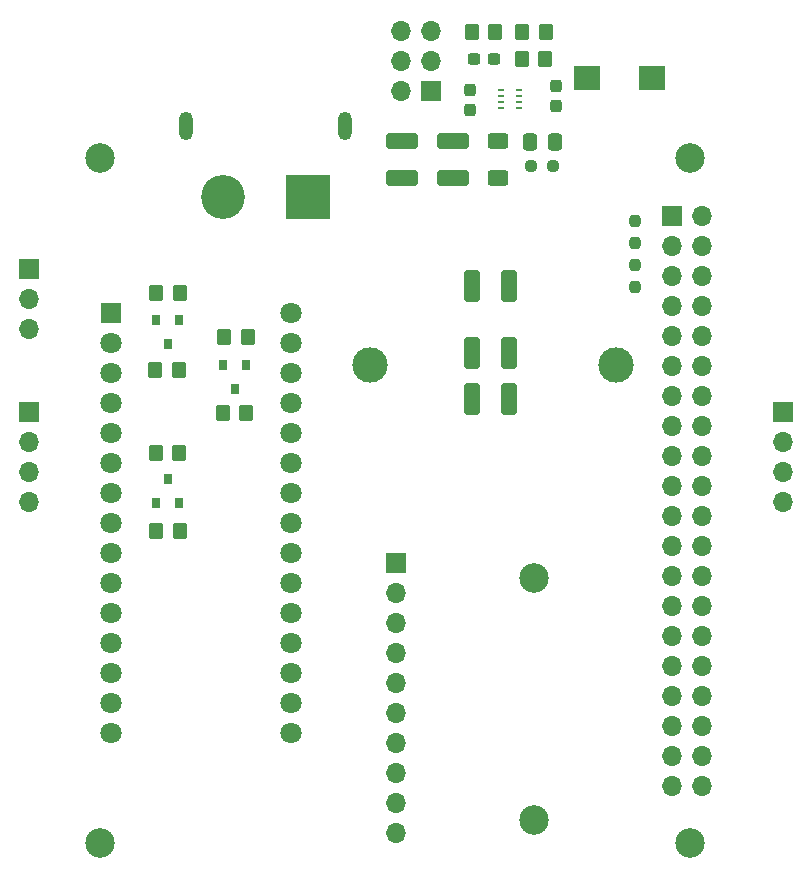
<source format=gbr>
%TF.GenerationSoftware,KiCad,Pcbnew,(6.0.4)*%
%TF.CreationDate,2022-09-19T00:41:07-04:00*%
%TF.ProjectId,Pi_HAT_V2,50695f48-4154-45f5-9632-2e6b69636164,rev?*%
%TF.SameCoordinates,Original*%
%TF.FileFunction,Soldermask,Bot*%
%TF.FilePolarity,Negative*%
%FSLAX46Y46*%
G04 Gerber Fmt 4.6, Leading zero omitted, Abs format (unit mm)*
G04 Created by KiCad (PCBNEW (6.0.4)) date 2022-09-19 00:41:07*
%MOMM*%
%LPD*%
G01*
G04 APERTURE LIST*
G04 Aperture macros list*
%AMRoundRect*
0 Rectangle with rounded corners*
0 $1 Rounding radius*
0 $2 $3 $4 $5 $6 $7 $8 $9 X,Y pos of 4 corners*
0 Add a 4 corners polygon primitive as box body*
4,1,4,$2,$3,$4,$5,$6,$7,$8,$9,$2,$3,0*
0 Add four circle primitives for the rounded corners*
1,1,$1+$1,$2,$3*
1,1,$1+$1,$4,$5*
1,1,$1+$1,$6,$7*
1,1,$1+$1,$8,$9*
0 Add four rect primitives between the rounded corners*
20,1,$1+$1,$2,$3,$4,$5,0*
20,1,$1+$1,$4,$5,$6,$7,0*
20,1,$1+$1,$6,$7,$8,$9,0*
20,1,$1+$1,$8,$9,$2,$3,0*%
G04 Aperture macros list end*
%ADD10R,0.609600X0.279400*%
%ADD11R,2.260600X2.108200*%
%ADD12R,1.800000X1.800000*%
%ADD13C,1.800000*%
%ADD14R,1.700000X1.700000*%
%ADD15O,1.700000X1.700000*%
%ADD16C,2.500000*%
%ADD17R,3.716000X3.716000*%
%ADD18C,3.716000*%
%ADD19O,1.200000X2.400000*%
%ADD20C,3.000000*%
%ADD21RoundRect,0.250000X0.412500X1.100000X-0.412500X1.100000X-0.412500X-1.100000X0.412500X-1.100000X0*%
%ADD22RoundRect,0.237500X-0.300000X-0.237500X0.300000X-0.237500X0.300000X0.237500X-0.300000X0.237500X0*%
%ADD23RoundRect,0.237500X-0.237500X0.300000X-0.237500X-0.300000X0.237500X-0.300000X0.237500X0.300000X0*%
%ADD24RoundRect,0.250000X1.100000X-0.412500X1.100000X0.412500X-1.100000X0.412500X-1.100000X-0.412500X0*%
%ADD25RoundRect,0.250000X0.625000X-0.400000X0.625000X0.400000X-0.625000X0.400000X-0.625000X-0.400000X0*%
%ADD26RoundRect,0.250000X0.337500X0.475000X-0.337500X0.475000X-0.337500X-0.475000X0.337500X-0.475000X0*%
%ADD27RoundRect,0.237500X0.237500X-0.250000X0.237500X0.250000X-0.237500X0.250000X-0.237500X-0.250000X0*%
%ADD28RoundRect,0.250000X-0.350000X-0.450000X0.350000X-0.450000X0.350000X0.450000X-0.350000X0.450000X0*%
%ADD29R,0.800000X0.900000*%
%ADD30RoundRect,0.250000X0.350000X0.450000X-0.350000X0.450000X-0.350000X-0.450000X0.350000X-0.450000X0*%
%ADD31RoundRect,0.237500X-0.250000X-0.237500X0.250000X-0.237500X0.250000X0.237500X-0.250000X0.237500X0*%
%ADD32RoundRect,0.250000X-0.412500X-1.100000X0.412500X-1.100000X0.412500X1.100000X-0.412500X1.100000X0*%
G04 APERTURE END LIST*
D10*
%TO.C,U1*%
X136500700Y-68724999D03*
X136500700Y-69225000D03*
X136500700Y-69725000D03*
X136500700Y-70225001D03*
X137999300Y-70225001D03*
X137999300Y-69725000D03*
X137999300Y-69225000D03*
X137999300Y-68724999D03*
%TD*%
D11*
%TO.C,L1*%
X143758900Y-67700000D03*
X149296100Y-67700000D03*
%TD*%
D12*
%TO.C,TB1*%
X103430000Y-87570000D03*
D13*
X103430000Y-90110000D03*
X103430000Y-92650000D03*
X103430000Y-95190000D03*
X103430000Y-97730000D03*
X103430000Y-100270000D03*
X103430000Y-102810000D03*
X103430000Y-105350000D03*
X103430000Y-107890000D03*
X103430000Y-110430000D03*
X103430000Y-112970000D03*
X103430000Y-115510000D03*
X103430000Y-118050000D03*
X103430000Y-120590000D03*
X103430000Y-123130000D03*
X118670000Y-123130000D03*
X118670000Y-120590000D03*
X118670000Y-118050000D03*
X118670000Y-115510000D03*
X118670000Y-112970000D03*
X118670000Y-110430000D03*
X118670000Y-107890000D03*
X118670000Y-105350000D03*
X118670000Y-102810000D03*
X118670000Y-100270000D03*
X118670000Y-97730000D03*
X118670000Y-95190000D03*
X118670000Y-92650000D03*
X118670000Y-90110000D03*
X118670000Y-87570000D03*
%TD*%
D14*
%TO.C,J3*%
X130565000Y-68775000D03*
D15*
X128025000Y-68775000D03*
X130565000Y-66235000D03*
X128025000Y-66235000D03*
X130565000Y-63695000D03*
X128025000Y-63695000D03*
%TD*%
D16*
%TO.C,H1*%
X152500000Y-74500000D03*
%TD*%
%TO.C,H2*%
X102500000Y-74500000D03*
%TD*%
%TO.C,H3*%
X102500000Y-132500000D03*
%TD*%
D14*
%TO.C,J1*%
X127550000Y-108800000D03*
D15*
X127550000Y-111340000D03*
X127550000Y-113880000D03*
X127550000Y-116420000D03*
X127550000Y-118960000D03*
X127550000Y-121500000D03*
X127550000Y-124040000D03*
X127550000Y-126580000D03*
X127550000Y-129120000D03*
X127550000Y-131660000D03*
%TD*%
D16*
%TO.C,H4*%
X152500000Y-132500000D03*
%TD*%
D14*
%TO.C,J2*%
X151000000Y-79400000D03*
D15*
X153540000Y-79400000D03*
X151000000Y-81940000D03*
X153540000Y-81940000D03*
X151000000Y-84480000D03*
X153540000Y-84480000D03*
X151000000Y-87020000D03*
X153540000Y-87020000D03*
X151000000Y-89560000D03*
X153540000Y-89560000D03*
X151000000Y-92100000D03*
X153540000Y-92100000D03*
X151000000Y-94640000D03*
X153540000Y-94640000D03*
X151000000Y-97180000D03*
X153540000Y-97180000D03*
X151000000Y-99720000D03*
X153540000Y-99720000D03*
X151000000Y-102260000D03*
X153540000Y-102260000D03*
X151000000Y-104800000D03*
X153540000Y-104800000D03*
X151000000Y-107340000D03*
X153540000Y-107340000D03*
X151000000Y-109880000D03*
X153540000Y-109880000D03*
X151000000Y-112420000D03*
X153540000Y-112420000D03*
X151000000Y-114960000D03*
X153540000Y-114960000D03*
X151000000Y-117500000D03*
X153540000Y-117500000D03*
X151000000Y-120040000D03*
X153540000Y-120040000D03*
X151000000Y-122580000D03*
X153540000Y-122580000D03*
X151000000Y-125120000D03*
X153540000Y-125120000D03*
X151000000Y-127660000D03*
X153540000Y-127660000D03*
%TD*%
D14*
%TO.C,J4*%
X96550000Y-96000000D03*
D15*
X96550000Y-98540000D03*
X96550000Y-101080000D03*
X96550000Y-103620000D03*
%TD*%
D17*
%TO.C,J5*%
X120150000Y-77750000D03*
D18*
X112950000Y-77750000D03*
D19*
X123300000Y-71750000D03*
X109800000Y-71750000D03*
%TD*%
D16*
%TO.C,H5*%
X139300000Y-110000000D03*
%TD*%
%TO.C,H6*%
X139300000Y-130500000D03*
%TD*%
D20*
%TO.C,L2*%
X125400000Y-92000000D03*
X146200000Y-92000000D03*
%TD*%
D14*
%TO.C,J6*%
X160350000Y-96000000D03*
D15*
X160350000Y-98540000D03*
X160350000Y-101080000D03*
X160350000Y-103620000D03*
%TD*%
D14*
%TO.C,J7*%
X96550000Y-83875000D03*
D15*
X96550000Y-86415000D03*
X96550000Y-88955000D03*
%TD*%
D21*
%TO.C,C7*%
X137162500Y-94900000D03*
X134037500Y-94900000D03*
%TD*%
D22*
%TO.C,C9*%
X134162500Y-66075000D03*
X135887500Y-66075000D03*
%TD*%
D23*
%TO.C,C3*%
X141100000Y-70112500D03*
X141100000Y-68387500D03*
%TD*%
D21*
%TO.C,C6*%
X137162500Y-91000000D03*
X134037500Y-91000000D03*
%TD*%
D24*
%TO.C,C1*%
X132375000Y-76162500D03*
X132375000Y-73037500D03*
%TD*%
%TO.C,C2*%
X128125000Y-76162500D03*
X128125000Y-73037500D03*
%TD*%
D25*
%TO.C,R2*%
X136225000Y-76175000D03*
X136225000Y-73075000D03*
%TD*%
D26*
%TO.C,C4*%
X141012500Y-73100000D03*
X138937500Y-73100000D03*
%TD*%
D27*
%TO.C,R7*%
X147800000Y-85387500D03*
X147800000Y-83562500D03*
%TD*%
D28*
%TO.C,R9*%
X107250000Y-99475000D03*
X109250000Y-99475000D03*
%TD*%
%TO.C,R10*%
X113025000Y-89675000D03*
X115025000Y-89675000D03*
%TD*%
%TO.C,R5*%
X138250000Y-63825000D03*
X140250000Y-63825000D03*
%TD*%
%TO.C,R14*%
X134000000Y-63800000D03*
X136000000Y-63800000D03*
%TD*%
%TO.C,R12*%
X107275000Y-85900000D03*
X109275000Y-85900000D03*
%TD*%
D23*
%TO.C,C8*%
X133825000Y-70412500D03*
X133825000Y-68687500D03*
%TD*%
D29*
%TO.C,Q3*%
X107300000Y-88225000D03*
X109200000Y-88225000D03*
X108250000Y-90225000D03*
%TD*%
D30*
%TO.C,R11*%
X114925000Y-96100000D03*
X112925000Y-96100000D03*
%TD*%
D29*
%TO.C,Q1*%
X109200000Y-103675000D03*
X107300000Y-103675000D03*
X108250000Y-101675000D03*
%TD*%
D27*
%TO.C,R6*%
X147800000Y-81637500D03*
X147800000Y-79812500D03*
%TD*%
D31*
%TO.C,R4*%
X139037500Y-75125000D03*
X140862500Y-75125000D03*
%TD*%
D30*
%TO.C,R8*%
X109275000Y-106025000D03*
X107275000Y-106025000D03*
%TD*%
%TO.C,R13*%
X109225000Y-92400000D03*
X107225000Y-92400000D03*
%TD*%
D29*
%TO.C,Q2*%
X112975000Y-92000000D03*
X114875000Y-92000000D03*
X113925000Y-94000000D03*
%TD*%
D32*
%TO.C,C5*%
X134037500Y-85350000D03*
X137162500Y-85350000D03*
%TD*%
D28*
%TO.C,R3*%
X138225000Y-66100000D03*
X140225000Y-66100000D03*
%TD*%
M02*

</source>
